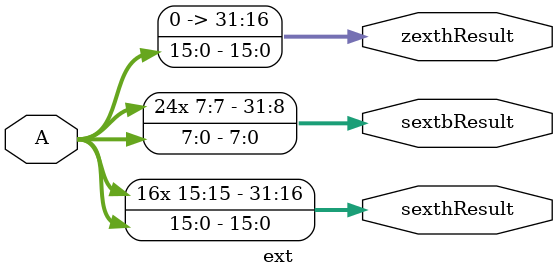
<source format=sv>


`include "wally-config.vh"

module ext #(parameter WIDTH = 32) (
  input  logic [WIDTH-1:0] A,            // Operand
  output logic [WIDTH-1:0] sexthResult,  // sign extend halfword result
  output logic [WIDTH-1:0] sextbResult,  // sign extend byte result
  output logic [WIDTH-1:0] zexthResult); // zero extend halfword result 

  assign sexthResult = {{(WIDTH-16){A[15]}},A[15:0]};
  assign zexthResult = {{(WIDTH-16){1'b0}},A[15:0]};
  assign sextbResult = {{(WIDTH-8){A[7]}},A[7:0]};
 
endmodule
</source>
